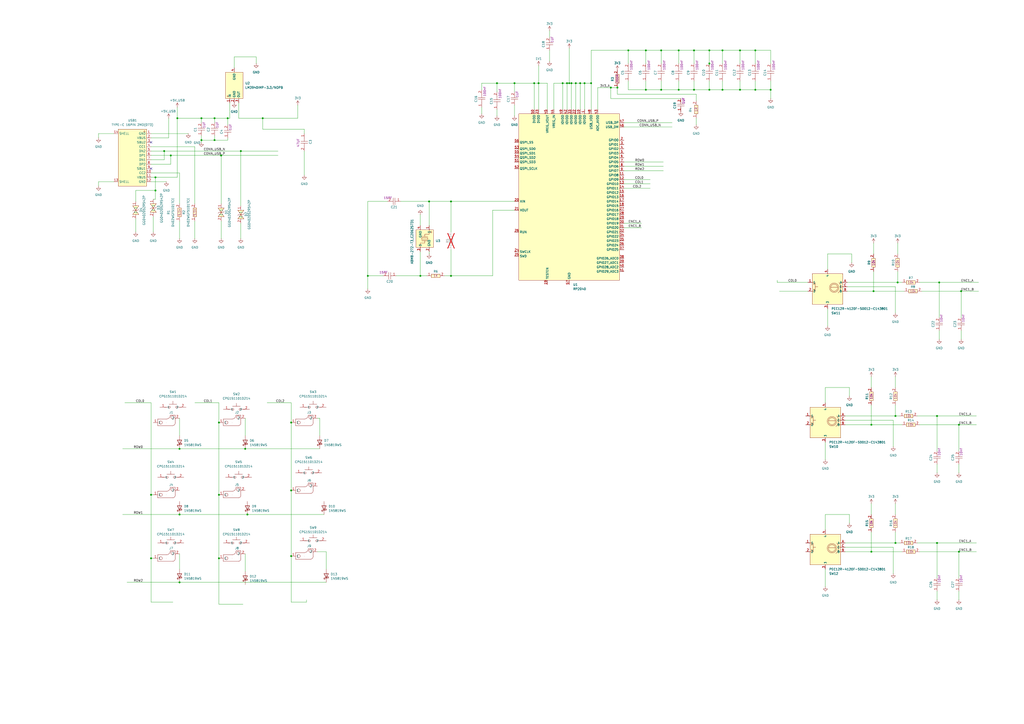
<source format=kicad_sch>
(kicad_sch (version 20231120) (generator "eeschema") (generator_version "8.0")
  (paper "A2")
  (junction (at 132.08 68.58))
  (junction (at 116.84 81.28))
  (junction (at 312.42 48.26))
  (junction (at 519.43 314.96))
  (junction (at 99.06 90.17))
  (junction (at 557.53 168.91))
  (junction (at 326.39 48.26))
  (junction (at 438.15 52.07))
  (junction (at 429.26 29.21))
  (junction (at 543.56 241.3))
  (junction (at 331.47 48.26))
  (junction (at 419.1 52.07))
  (junction (at 411.48 52.07))
  (junction (at 393.7 52.07))
  (junction (at 339.09 48.26))
  (junction (at 556.26 320.04))
  (junction (at 393.7 29.21))
  (junction (at 90.17 110.49))
  (junction (at 520.7 163.83))
  (junction (at 87.63 323.85))
  (junction (at 104.14 298.45))
  (junction (at 364.49 29.21))
  (junction (at 505.46 320.04))
  (junction (at 411.48 36.83))
  (junction (at 248.92 116.84))
  (junction (at 334.01 48.26))
  (junction (at 519.43 241.3))
  (junction (at 104.14 337.82))
  (junction (at 328.93 48.26))
  (junction (at 429.26 52.07))
  (junction (at 419.1 29.21))
  (junction (at 505.46 246.38))
  (junction (at 142.24 260.35))
  (junction (at 402.59 52.07))
  (junction (at 168.91 322.58))
  (junction (at 168.91 284.48))
  (junction (at 374.65 52.07))
  (junction (at 104.14 260.35))
  (junction (at 87.63 287.02))
  (junction (at 543.56 314.96))
  (junction (at 143.51 298.45))
  (junction (at 261.62 160.02))
  (junction (at 243.84 160.02))
  (junction (at 438.15 29.21))
  (junction (at 213.36 160.02))
  (junction (at 127 245.11))
  (junction (at 298.45 48.26))
  (junction (at 544.83 163.83))
  (junction (at 354.33 50.8))
  (junction (at 261.62 116.84))
  (junction (at 127 287.02))
  (junction (at 383.54 52.07))
  (junction (at 116.84 68.58))
  (junction (at 309.88 48.26))
  (junction (at 342.9 48.26))
  (junction (at 556.26 246.38))
  (junction (at 506.73 168.91))
  (junction (at 139.7 87.63))
  (junction (at 447.04 52.07))
  (junction (at 90.17 102.87))
  (junction (at 411.48 29.21))
  (junction (at 124.46 81.28))
  (junction (at 128.27 90.17))
  (junction (at 168.91 245.11))
  (junction (at 336.55 48.26))
  (junction (at 102.87 68.58))
  (junction (at 383.54 29.21))
  (junction (at 124.46 68.58))
  (junction (at 288.29 48.26))
  (junction (at 95.25 87.63))
  (junction (at 330.2 48.26))
  (junction (at 152.4 68.58))
  (junction (at 402.59 29.21))
  (junction (at 374.65 29.21))
  (junction (at 127 323.85))
  (junction (at 358.14 50.8))
  (no_connect (at 87.63 82.55))
  (no_connect (at 87.63 97.79))
  (wire (pts (xy 87.63 323.85) (xy 87.63 349.25)))
  (wire (pts (xy 438.15 29.21) (xy 438.15 36.83)))
  (wire (pts (xy 520.7 140.97) (xy 520.7 147.32)))
  (wire (pts (xy 243.84 146.05) (xy 243.84 160.02)))
  (wire (pts (xy 342.9 63.5) (xy 342.9 48.26)))
  (wire (pts (xy 411.48 29.21) (xy 419.1 29.21)))
  (wire (pts (xy 185.42 252.73) (xy 185.42 242.57)))
  (wire (pts (xy 429.26 52.07) (xy 438.15 52.07)))
  (wire (pts (xy 279.4 52.07) (xy 279.4 48.26)))
  (wire (pts (xy 104.14 242.57) (xy 104.14 252.73)))
  (wire (pts (xy 447.04 46.99) (xy 447.04 52.07)))
  (wire (pts (xy 96.52 105.41) (xy 87.63 105.41)))
  (wire (pts (xy 361.95 132.08) (xy 372.11 132.08)))
  (wire (pts (xy 87.63 349.25) (xy 100.33 349.25)))
  (wire (pts (xy 364.49 52.07) (xy 364.49 46.99)))
  (wire (pts (xy 142.24 321.31) (xy 142.24 331.47)))
  (wire (pts (xy 285.75 121.92) (xy 285.75 160.02)))
  (wire (pts (xy 411.48 29.21) (xy 411.48 36.83)))
  (wire (pts (xy 543.56 314.96) (xy 566.42 314.96)))
  (wire (pts (xy 506.73 157.48) (xy 506.73 168.91)))
  (wire (pts (xy 288.29 48.26) (xy 298.45 48.26)))
  (wire (pts (xy 383.54 29.21) (xy 393.7 29.21)))
  (wire (pts (xy 78.74 110.49) (xy 90.17 110.49)))
  (wire (pts (xy 342.9 48.26) (xy 339.09 48.26)))
  (wire (pts (xy 132.08 81.28) (xy 132.08 80.01)))
  (wire (pts (xy 480.06 179.07) (xy 480.06 189.23)))
  (wire (pts (xy 57.15 80.01) (xy 57.15 77.47)))
  (wire (pts (xy 490.22 314.96) (xy 519.43 314.96)))
  (wire (pts (xy 438.15 52.07) (xy 447.04 52.07)))
  (wire (pts (xy 127 287.02) (xy 127 323.85)))
  (wire (pts (xy 176.53 74.93) (xy 152.4 74.93)))
  (wire (pts (xy 243.84 160.02) (xy 247.65 160.02)))
  (wire (pts (xy 135.89 39.37) (xy 135.89 33.02)))
  (wire (pts (xy 505.46 218.44) (xy 505.46 224.79)))
  (wire (pts (xy 285.75 121.92) (xy 298.45 121.92)))
  (wire (pts (xy 128.27 90.17) (xy 161.29 90.17)))
  (wire (pts (xy 556.26 320.04) (xy 566.42 320.04)))
  (wire (pts (xy 361.95 104.14) (xy 377.19 104.14)))
  (wire (pts (xy 321.31 63.5) (xy 321.31 48.26)))
  (wire (pts (xy 88.9 323.85) (xy 87.63 323.85)))
  (wire (pts (xy 543.56 241.3) (xy 543.56 261.62)))
  (wire (pts (xy 556.26 246.38) (xy 566.42 246.38)))
  (wire (pts (xy 148.59 33.02) (xy 148.59 36.83)))
  (wire (pts (xy 87.63 85.09) (xy 113.03 85.09)))
  (wire (pts (xy 138.43 59.69) (xy 138.43 68.58)))
  (wire (pts (xy 261.62 144.78) (xy 261.62 160.02)))
  (wire (pts (xy 97.79 68.58) (xy 97.79 80.01)))
  (wire (pts (xy 139.7 87.63) (xy 139.7 119.38)))
  (wire (pts (xy 95.25 92.71) (xy 95.25 87.63)))
  (wire (pts (xy 358.14 50.8) (xy 358.14 54.61)))
  (wire (pts (xy 519.43 241.3) (xy 521.97 241.3)))
  (wire (pts (xy 104.14 337.82) (xy 189.23 337.82)))
  (wire (pts (xy 364.49 29.21) (xy 374.65 29.21)))
  (wire (pts (xy 328.93 48.26) (xy 328.93 63.5)))
  (wire (pts (xy 532.13 241.3) (xy 543.56 241.3)))
  (wire (pts (xy 336.55 48.26) (xy 339.09 48.26)))
  (wire (pts (xy 213.36 160.02) (xy 222.25 160.02)))
  (wire (pts (xy 393.7 29.21) (xy 402.59 29.21)))
  (wire (pts (xy 143.51 298.45) (xy 187.96 298.45)))
  (wire (pts (xy 189.23 320.04) (xy 189.23 330.2)))
  (wire (pts (xy 402.59 29.21) (xy 402.59 36.83)))
  (wire (pts (xy 113.03 128.27) (xy 113.03 138.43)))
  (wire (pts (xy 339.09 48.26) (xy 339.09 63.5)))
  (wire (pts (xy 116.84 81.28) (xy 124.46 81.28)))
  (wire (pts (xy 318.77 35.56) (xy 318.77 29.21)))
  (wire (pts (xy 361.95 99.06) (xy 384.81 99.06)))
  (wire (pts (xy 520.7 163.83) (xy 523.24 163.83)))
  (wire (pts (xy 326.39 48.26) (xy 328.93 48.26)))
  (wire (pts (xy 543.56 342.9) (xy 543.56 347.98)))
  (wire (pts (xy 346.71 63.5) (xy 346.71 50.8)))
  (wire (pts (xy 342.9 48.26) (xy 342.9 29.21)))
  (wire (pts (xy 229.87 160.02) (xy 243.84 160.02)))
  (wire (pts (xy 326.39 63.5) (xy 326.39 48.26)))
  (wire (pts (xy 411.48 52.07) (xy 419.1 52.07)))
  (wire (pts (xy 331.47 48.26) (xy 331.47 63.5)))
  (wire (pts (xy 176.53 74.93) (xy 176.53 77.47)))
  (wire (pts (xy 557.53 168.91) (xy 567.69 168.91)))
  (wire (pts (xy 176.53 101.6) (xy 176.53 87.63)))
  (wire (pts (xy 334.01 48.26) (xy 336.55 48.26)))
  (wire (pts (xy 331.47 48.26) (xy 334.01 48.26)))
  (wire (pts (xy 556.26 274.32) (xy 556.26 269.24)))
  (wire (pts (xy 490.22 317.5) (xy 518.16 317.5)))
  (wire (pts (xy 321.31 48.26) (xy 326.39 48.26)))
  (wire (pts (xy 90.17 102.87) (xy 90.17 110.49)))
  (wire (pts (xy 556.26 347.98) (xy 556.26 342.9)))
  (wire (pts (xy 358.14 50.8) (xy 354.33 50.8)))
  (wire (pts (xy 438.15 46.99) (xy 438.15 52.07)))
  (wire (pts (xy 142.24 260.35) (xy 185.42 260.35)))
  (wire (pts (xy 127 233.68) (xy 127 245.11)))
  (wire (pts (xy 374.65 29.21) (xy 374.65 36.83)))
  (wire (pts (xy 261.62 160.02) (xy 285.75 160.02)))
  (wire (pts (xy 411.48 52.07) (xy 402.59 52.07)))
  (wire (pts (xy 57.15 107.95) (xy 57.15 105.41)))
  (wire (pts (xy 261.62 116.84) (xy 261.62 134.62)))
  (wire (pts (xy 127 350.52) (xy 140.97 350.52)))
  (wire (pts (xy 213.36 116.84) (xy 213.36 160.02)))
  (wire (pts (xy 438.15 29.21) (xy 447.04 29.21)))
  (wire (pts (xy 139.7 87.63) (xy 161.29 87.63)))
  (wire (pts (xy 478.79 256.54) (xy 478.79 266.7)))
  (wire (pts (xy 116.84 81.28) (xy 116.84 78.74)))
  (wire (pts (xy 113.03 85.09) (xy 113.03 118.11)))
  (wire (pts (xy 104.14 100.33) (xy 104.14 118.11)))
  (wire (pts (xy 168.91 284.48) (xy 168.91 322.58)))
  (wire (pts (xy 505.46 234.95) (xy 505.46 246.38)))
  (wire (pts (xy 374.65 46.99) (xy 374.65 52.07)))
  (wire (pts (xy 519.43 218.44) (xy 519.43 224.79)))
  (wire (pts (xy 361.95 73.66) (xy 389.89 73.66)))
  (wire (pts (xy 279.4 48.26) (xy 288.29 48.26)))
  (wire (pts (xy 113.03 233.68) (xy 127 233.68)))
  (wire (pts (xy 411.48 46.99) (xy 411.48 52.07)))
  (wire (pts (xy 505.46 292.1) (xy 505.46 298.45)))
  (wire (pts (xy 478.79 224.79) (xy 492.76 224.79)))
  (wire (pts (xy 480.06 156.21) (xy 480.06 147.32)))
  (wire (pts (xy 544.83 163.83) (xy 567.69 163.83)))
  (wire (pts (xy 402.59 52.07) (xy 393.7 52.07)))
  (wire (pts (xy 248.92 130.81) (xy 248.92 116.84)))
  (wire (pts (xy 557.53 196.85) (xy 557.53 191.77)))
  (wire (pts (xy 87.63 80.01) (xy 97.79 80.01)))
  (wire (pts (xy 492.76 298.45) (xy 492.76 303.53)))
  (wire (pts (xy 279.4 66.04) (xy 279.4 62.23)))
  (wire (pts (xy 334.01 48.26) (xy 334.01 63.5)))
  (wire (pts (xy 478.79 233.68) (xy 478.79 224.79)))
  (wire (pts (xy 87.63 233.68) (xy 87.63 287.02)))
  (wire (pts (xy 518.16 317.5) (xy 518.16 332.74)))
  (wire (pts (xy 491.49 166.37) (xy 519.43 166.37)))
  (wire (pts (xy 73.66 337.82) (xy 104.14 337.82)))
  (wire (pts (xy 184.15 320.04) (xy 189.23 320.04)))
  (wire (pts (xy 152.4 68.58) (xy 172.72 68.58)))
  (wire (pts (xy 168.91 322.58) (xy 168.91 349.25)))
  (wire (pts (xy 447.04 29.21) (xy 447.04 36.83)))
  (wire (pts (xy 361.95 96.52) (xy 384.81 96.52)))
  (wire (pts (xy 72.39 233.68) (xy 87.63 233.68)))
  (wire (pts (xy 152.4 74.93) (xy 152.4 68.58)))
  (wire (pts (xy 99.06 95.25) (xy 99.06 90.17)))
  (wire (pts (xy 104.14 260.35) (xy 142.24 260.35)))
  (wire (pts (xy 429.26 46.99) (xy 429.26 52.07)))
  (wire (pts (xy 490.22 246.38) (xy 505.46 246.38)))
  (wire (pts (xy 248.92 116.84) (xy 261.62 116.84)))
  (wire (pts (xy 124.46 68.58) (xy 132.08 68.58)))
  (wire (pts (xy 354.33 57.15) (xy 394.97 57.15)))
  (wire (pts (xy 543.56 241.3) (xy 566.42 241.3)))
  (wire (pts (xy 298.45 67.31) (xy 298.45 60.96)))
  (wire (pts (xy 57.15 77.47) (xy 66.04 77.47)))
  (wire (pts (xy 518.16 243.84) (xy 518.16 259.08)))
  (wire (pts (xy 429.26 29.21) (xy 438.15 29.21)))
  (wire (pts (xy 411.48 38.1) (xy 411.48 36.83)))
  (wire (pts (xy 519.43 166.37) (xy 519.43 181.61)))
  (wire (pts (xy 104.14 298.45) (xy 143.51 298.45)))
  (wire (pts (xy 309.88 63.5) (xy 309.88 48.26)))
  (wire (pts (xy 374.65 29.21) (xy 383.54 29.21)))
  (wire (pts (xy 127 323.85) (xy 127 350.52)))
  (wire (pts (xy 288.29 67.31) (xy 288.29 63.5)))
  (wire (pts (xy 132.08 68.58) (xy 133.35 68.58)))
  (wire (pts (xy 224.79 116.84) (xy 213.36 116.84)))
  (wire (pts (xy 257.81 160.02) (xy 261.62 160.02)))
  (wire (pts (xy 317.5 48.26) (xy 312.42 48.26)))
  (wire (pts (xy 88.9 287.02) (xy 87.63 287.02)))
  (wire (pts (xy 298.45 53.34) (xy 298.45 48.26)))
  (wire (pts (xy 213.36 167.64) (xy 213.36 160.02)))
  (wire (pts (xy 87.63 100.33) (xy 104.14 100.33)))
  (wire (pts (xy 87.63 95.25) (xy 99.06 95.25)))
  (wire (pts (xy 87.63 92.71) (xy 95.25 92.71)))
  (wire (pts (xy 452.12 168.91) (xy 468.63 168.91)))
  (wire (pts (xy 109.22 77.47) (xy 87.63 77.47)))
  (wire (pts (xy 358.14 54.61) (xy 403.86 54.61)))
  (wire (pts (xy 243.84 124.46) (xy 243.84 130.81)))
  (wire (pts (xy 124.46 68.58) (xy 124.46 71.12)))
  (wire (pts (xy 403.86 72.39) (xy 403.86 68.58)))
  (wire (pts (xy 330.2 27.94) (xy 330.2 48.26)))
  (wire (pts (xy 403.86 54.61) (xy 403.86 58.42)))
  (wire (pts (xy 478.79 330.2) (xy 478.79 340.36)))
  (wire (pts (xy 95.25 87.63) (xy 139.7 87.63)))
  (wire (pts (xy 374.65 52.07) (xy 364.49 52.07)))
  (wire (pts (xy 168.91 233.68) (xy 168.91 245.11)))
  (wire (pts (xy 312.42 38.1) (xy 312.42 48.26)))
  (wire (pts (xy 450.85 162.56) (xy 450.85 163.83)))
  (wire (pts (xy 88.9 125.73) (xy 88.9 134.62)))
  (wire (pts (xy 361.95 71.12) (xy 389.89 71.12)))
  (wire (pts (xy 168.91 349.25) (xy 177.8 349.25)))
  (wire (pts (xy 506.73 168.91) (xy 524.51 168.91)))
  (wire (pts (xy 132.08 68.58) (xy 132.08 72.39)))
  (wire (pts (xy 87.63 87.63) (xy 95.25 87.63)))
  (wire (pts (xy 90.17 110.49) (xy 90.17 115.57)))
  (wire (pts (xy 318.77 17.78) (xy 318.77 21.59)))
  (wire (pts (xy 298.45 48.26) (xy 309.88 48.26)))
  (wire (pts (xy 87.63 287.02) (xy 87.63 323.85)))
  (wire (pts (xy 154.94 233.68) (xy 168.91 233.68)))
  (wire (pts (xy 383.54 46.99) (xy 383.54 52.07)))
  (wire (pts (xy 116.84 68.58) (xy 116.84 71.12)))
  (wire (pts (xy 139.7 138.43) (xy 139.7 129.54)))
  (wire (pts (xy 519.43 234.95) (xy 519.43 241.3)))
  (wire (pts (xy 78.74 116.84) (xy 78.74 110.49)))
  (wire (pts (xy 506.73 140.97) (xy 506.73 147.32)))
  (wire (pts (xy 168.91 245.11) (xy 168.91 284.48)))
  (wire (pts (xy 133.35 59.69) (xy 133.35 68.58)))
  (wire (pts (xy 330.2 48.26) (xy 331.47 48.26)))
  (wire (pts (xy 124.46 81.28) (xy 132.08 81.28)))
  (wire (pts (xy 419.1 29.21) (xy 419.1 36.83)))
  (wire (pts (xy 505.46 320.04) (xy 523.24 320.04)))
  (wire (pts (xy 90.17 115.57) (xy 88.9 115.57)))
  (wire (pts (xy 361.95 109.22) (xy 377.19 109.22)))
  (wire (pts (xy 312.42 48.26) (xy 312.42 63.5)))
  (wire (pts (xy 99.06 90.17) (xy 128.27 90.17)))
  (wire (pts (xy 543.56 314.96) (xy 543.56 335.28)))
  (wire (pts (xy 544.83 191.77) (xy 544.83 196.85)))
  (wire (pts (xy 533.4 320.04) (xy 556.26 320.04)))
  (wire (pts (xy 393.7 46.99) (xy 393.7 52.07)))
  (wire (pts (xy 102.87 68.58) (xy 116.84 68.58)))
  (wire (pts (xy 419.1 46.99) (xy 419.1 52.07)))
  (wire (pts (xy 519.43 314.96) (xy 521.97 314.96)))
  (wire (pts (xy 361.95 129.54) (xy 372.11 129.54)))
  (wire (pts (xy 138.43 68.58) (xy 152.4 68.58)))
  (wire (pts (xy 328.93 48.26) (xy 330.2 48.26)))
  (wire (pts (xy 402.59 46.99) (xy 402.59 52.07)))
  (wire (pts (xy 519.43 308.61) (xy 519.43 314.96)))
  (wire (pts (xy 346.71 50.8) (xy 354.33 50.8)))
  (wire (pts (xy 361.95 93.98) (xy 384.81 93.98)))
  (wire (pts (xy 116.84 82.55) (xy 116.84 81.28)))
  (wire (pts (xy 87.63 102.87) (xy 90.17 102.87)))
  (wire (pts (xy 127 245.11) (xy 127 287.02)))
  (wire (pts (xy 309.88 48.26) (xy 312.42 48.26)))
  (wire (pts (xy 135.89 33.02) (xy 148.59 33.02)))
  (wire (pts (xy 71.12 298.45) (xy 104.14 298.45)))
  (wire (pts (xy 102.87 68.58) (xy 102.87 102.87)))
  (wire (pts (xy 505.46 308.61) (xy 505.46 320.04)))
  (wire (pts (xy 494.03 147.32) (xy 494.03 152.4)))
  (wire (pts (xy 128.27 90.17) (xy 128.27 118.11)))
  (wire (pts (xy 364.49 29.21) (xy 364.49 36.83)))
  (wire (pts (xy 354.33 50.8) (xy 354.33 57.15)))
  (wire (pts (xy 78.74 134.62) (xy 78.74 127)))
  (wire (pts (xy 519.43 292.1) (xy 519.43 298.45)))
  (wire (pts (xy 491.49 163.83) (xy 520.7 163.83)))
  (wire (pts (xy 505.46 246.38) (xy 523.24 246.38)))
  (wire (pts (xy 491.49 168.91) (xy 506.73 168.91)))
  (wire (pts (xy 478.79 298.45) (xy 492.76 298.45)))
  (wire (pts (xy 447.04 52.07) (xy 447.04 57.15)))
  (wire (pts (xy 261.62 116.84) (xy 298.45 116.84)))
  (wire (pts (xy 336.55 48.26) (xy 336.55 63.5)))
  (wire (pts (xy 490.22 320.04) (xy 505.46 320.04)))
  (wire (pts (xy 124.46 81.28) (xy 124.46 78.74)))
  (wire (pts (xy 185.42 242.57) (xy 184.15 242.57)))
  (wire (pts (xy 534.67 168.91) (xy 557.53 168.91)))
  (wire (pts (xy 383.54 52.07) (xy 374.65 52.07)))
  (wire (pts (xy 468.63 163.83) (xy 450.85 163.83)))
  (wire (pts (xy 317.5 63.5) (xy 317.5 48.26)))
  (wire (pts (xy 104.14 321.31) (xy 104.14 330.2)))
  (wire (pts (xy 71.12 260.35) (xy 104.14 260.35)))
  (wire (pts (xy 520.7 157.48) (xy 520.7 163.83)))
  (wire (pts (xy 429.26 29.21) (xy 429.26 36.83)))
  (wire (pts (xy 342.9 29.21) (xy 364.49 29.21)))
  (wire (pts (xy 490.22 241.3) (xy 519.43 241.3)))
  (wire (pts (xy 533.4 163.83) (xy 544.83 163.83)))
  (wire (pts (xy 116.84 68.58) (xy 124.46 68.58)))
  (wire (pts (xy 532.13 314.96) (xy 543.56 314.96)))
  (wire (pts (xy 533.4 246.38) (xy 556.26 246.38)))
  (wire (pts (xy 490.22 243.84) (xy 518.16 243.84)))
  (wire (pts (xy 544.83 163.83) (xy 544.83 184.15)))
  (wire (pts (xy 480.06 147.32) (xy 494.03 147.32)))
  (wire (pts (xy 248.92 146.05) (xy 248.92 147.32)))
  (wire (pts (xy 104.14 138.43) (xy 104.14 128.27)))
  (wire (pts (xy 393.7 29.21) (xy 393.7 36.83)))
  (wire (pts (xy 419.1 52.07) (xy 429.26 52.07)))
  (wire (pts (xy 288.29 48.26) (xy 288.29 53.34)))
  (wire (pts (xy 57.15 105.41) (xy 66.04 105.41)))
  (wire (pts (xy 402.59 29.21) (xy 411.48 29.21)))
  (wire (pts (xy 492.76 224.79) (xy 492.76 229.87)))
  (wire (pts (xy 361.95 106.68) (xy 377.19 106.68)))
  (wire (pts (xy 543.56 269.24) (xy 543.56 274.32)))
  (wire (pts (xy 90.17 102.87) (xy 102.87 102.87)))
  (wire (pts (xy 232.41 116.84) (xy 248.92 116.84)))
  (wire (pts (xy 478.79 307.34) (xy 478.79 298.45)))
  (wire (pts (xy 142.24 242.57) (xy 142.24 252.73)))
  (wire (pts (xy 128.27 138.43) (xy 128.27 128.27)))
  (wire (pts (xy 87.63 90.17) (xy 99.06 90.17)))
  (wire (pts (xy 556.26 320.04) (xy 556.26 335.28)))
  (wire (pts (xy 102.87 62.23) (xy 102.87 68.58)))
  (wire (pts (xy 419.1 29.21) (xy 429.26 29.21)))
  (wire (pts (xy 393.7 52.07) (xy 383.54 52.07)))
  (wire (pts (xy 557.53 168.91) (xy 557.53 184.15)))
  (wire (pts (xy 177.8 347.98) (xy 177.8 349.25)))
  (wire (pts (xy 172.72 60.96) (xy 172.72 68.58)))
  (wire (pts (xy 556.26 246.38) (xy 556.26 261.62)))
  (wire (pts (xy 383.54 29.21) (xy 383.54 36.83)))
  (label "COL0" (at 78.74 233.68 0))
  (label "CONN_USB_P" (at 369.57 71.12 0))
  (label "ENC1_A" (at 364.49 129.54 0))
  (label "ENC1_B" (at 557.53 168.91 0))
  (label "COL1" (at 368.3 106.68 0))
  (label "COL0" (at 368.3 104.14 0))
  (label "ROW0" (at 368.3 93.98 0))
  (label "CONN_USB_P" (at 118.11 90.17 0))
  (label "COL0" (at 457.2 163.83 0))
  (label "ROW0" (at 77.47 260.35 0))
  (label "ROW1" (at 368.3 96.52 0))
  (label "ENC1_B" (at 556.26 246.38 0))
  (label "3V3_A" (at 347.98 50.8 0))
  (label "ENC1_B" (at 364.49 132.08 0))
  (label "CONN_USB_N" (at 370.84 73.66 0))
  (label "COL1" (at 118.11 233.68 0))
  (label "ENC1_A" (at 556.26 241.3 0))
  (label "ENC1_A" (at 557.53 163.83 0))
  (label "COL2" (at 367.03 109.22 0))
  (label "ENC1_A" (at 556.26 314.96 0))
  (label "COL2" (at 160.02 233.68 0))
  (label "ROW1" (at 77.47 298.45 0))
  (label "CONN_USB_N" (at 118.11 87.63 0))
  (label "ROW2" (at 368.3 99.06 0))
  (label "ENC1_B" (at 556.26 320.04 0))
  (label "ROW2" (at 77.47 337.82 0))
  (symbol (lib_name "RC0402FR-071KL_1") (lib_id "new:RC0402FR-071KL") (at 519.43 303.53 90) (unit 1)
    (property "Reference" "R16" (at 516.89 303.53 0))
    (property "Value" "RC0402FR-071KL" (effects (hide yes)))
    (property "Footprint" "new:R0402" (effects (hide yes)))
    (property "Datasheet" "https://lcsc.com/product-detail/Chip-Resistor-Surface-Mount_1KR-1001-1_C106235.html" (effects (hide yes)))
    (property "Description" "10k" (at 519.43 303.53 0))
    (property "LCSC Part" "C106235" (effects (hide yes)))
  )
  (symbol (lib_id "easyeda2kicad_script2:CC0402KRX7R9BB103") (at 557.53 187.96 90) (unit 1)
    (property "Reference" "C23" (at 553.974 187.96 0))
    (property "Value" "CC0402KRX7R9BB103" (effects (hide yes)))
    (property "Footprint" "easyeda2kicad:C0402" (effects (hide yes)))
    (property "Datasheet" "https://lcsc.com/product-detail/Multilayer-Ceramic-Capacitors-MLCC-SMD-SMT_10nF-103-10-50V_C60133.html" (effects (hide yes)))
    (property "Description" "10nf" (at 558.8 184.658 0))
    (property "LCSC Part" "C60133" (effects (hide yes)))
  )
  (symbol (lib_id "power:GND") (at 447.04 57.15 0) (unit 1)
    (property "Reference" "#PWR020" (effects (hide yes)))
    (property "Value" "GND" (at 447.04 62.23 0))
    (property "Description" "Power symbol creates a global label with name \"GND\" , ground" (effects (hide yes)))
  )
  (symbol (lib_id "new:LM3940IMP-3.3_NOPB") (at 135.89 57.15 90) (unit 1)
    (property "Reference" "U2" (at 142.24 48.2599 90) (effects (justify right)))
    (property "Value" "LM3940IMP-3.3/NOPB" (at 142.24 50.7999 90) (effects (justify right)))
    (property "Footprint" "new:SOT-223_L6.5-W3.5-P2.30-LS7.0-BR" (effects (hide yes)))
    (property "Datasheet" "https://lcsc.com/product-detail/Low-Dropout-Regulators-LDO_TI_LM3940IMP-3-3-NOPB_LM3940IMP-3-3-NOPB_C140319.html" (effects (hide yes)))
    (property "LCSC Part" "C140319" (effects (hide yes)))
  )
  (symbol (lib_id "power:GND") (at 96.52 105.41 0) (unit 1)
    (property "Reference" "#PWR06" (effects (hide yes)))
    (property "Value" "GND" (at 96.52 110.49 0))
    (property "Description" "Power symbol creates a global label with name \"GND\" , ground" (effects (hide yes)))
  )
  (symbol (lib_id "Diode:1N5819WS") (at 142.24 335.28 90) (unit 1)
    (property "Reference" "D12" (at 144.78 334.3274 90) (effects (justify right)))
    (property "Value" "1N5819WS" (at 144.78 336.8674 90) (effects (justify right)))
    (property "Footprint" "Diode_SMD:D_SOD-323" (effects (hide yes)))
    (property "Datasheet" "https://datasheet.lcsc.com/lcsc/2204281430_Guangdong-Hottech-1N5819WS_C191023.pdf" (effects (hide yes)))
    (property "Description" "40V 600mV@1A 1A SOD-323 Schottky Barrier Diodes, SOD-323" (effects (hide yes)))
  )
  (symbol (lib_id "new:CC0402KRX7R7BB104") (at 288.29 58.42 90) (unit 1)
    (property "Reference" "C15" (at 284.988 58.674 0))
    (property "Value" "CC0402KRX7R7BB104" (effects (hide yes)))
    (property "Footprint" "new:C0402" (effects (hide yes)))
    (property "Datasheet" "https://lcsc.com/product-detail/Multilayer-Ceramic-Capacitors-MLCC-SMD-SMT_100nF-104-10-16V_C60474.html" (effects (hide yes)))
    (property "Description" "100nf" (at 290.068 54.356 0))
    (property "LCSC Part" "C60474" (effects (hide yes)))
  )
  (symbol (lib_id "new:CC0402KRX7R7BB104") (at 447.04 41.91 90) (unit 1)
    (property "Reference" "C14" (at 443.738 42.164 0))
    (property "Value" "CC0402KRX7R7BB104" (effects (hide yes)))
    (property "Footprint" "new:C0402" (effects (hide yes)))
    (property "Datasheet" "https://lcsc.com/product-detail/Multilayer-Ceramic-Capacitors-MLCC-SMD-SMT_100nF-104-10-16V_C60474.html" (effects (hide yes)))
    (property "Description" "100nf" (at 448.818 37.846 0))
    (property "LCSC Part" "C60474" (effects (hide yes)))
  )
  (symbol (lib_id "new:GG0402052R542P") (at 139.7 124.46 270) (unit 1)
    (property "Reference" "D2" (at 142.748 122.936 0) (effects (justify left)))
    (property "Value" "GG0402052R542P" (at 144.526 115.824 0) (effects (justify left)))
    (property "Footprint" "new:D0402-BI" (effects (hide yes)))
    (property "LCSC Part" "C1973257" (effects (hide yes)))
  )
  (symbol (lib_id "Diode:1N5819WS") (at 142.24 256.54 90) (unit 1)
    (property "Reference" "D6" (at 144.78 255.5874 90) (effects (justify right)))
    (property "Value" "1N5819WS" (at 144.78 258.1274 90) (effects (justify right)))
    (property "Footprint" "Diode_SMD:D_SOD-323" (effects (hide yes)))
    (property "Datasheet" "https://datasheet.lcsc.com/lcsc/2204281430_Guangdong-Hottech-1N5819WS_C191023.pdf" (effects (hide yes)))
    (property "Description" "40V 600mV@1A 1A SOD-323 Schottky Barrier Diodes, SOD-323" (effects (hide yes)))
  )
  (symbol (lib_id "new:CC0402KRX7R7BB104") (at 393.7 41.91 90) (unit 1)
    (property "Reference" "C8" (at 390.398 42.164 0))
    (property "Value" "CC0402KRX7R7BB104" (effects (hide yes)))
    (property "Footprint" "new:C0402" (effects (hide yes)))
    (property "Datasheet" "https://lcsc.com/product-detail/Multilayer-Ceramic-Capacitors-MLCC-SMD-SMT_100nF-104-10-16V_C60474.html" (effects (hide yes)))
    (property "Description" "100nf" (at 395.478 37.846 0))
    (property "LCSC Part" "C60474" (effects (hide yes)))
  )
  (symbol (lib_id "power:GND") (at 543.56 274.32 0) (unit 1)
    (property "Reference" "#PWR044" (effects (hide yes)))
    (property "Value" "GND" (at 543.56 279.4 0))
    (property "Description" "Power symbol creates a global label with name \"GND\" , ground" (effects (hide yes)))
  )
  (symbol (lib_id "power:+1V0") (at 318.77 17.78 0) (unit 1)
    (property "Reference" "#PWR024" (effects (hide yes)))
    (property "Value" "3V3" (at 318.77 13.716 0))
    (property "Description" "Power symbol creates a global label with name \"+1V0\"" (effects (hide yes)))
  )
  (symbol (lib_id "Diode:1N5819WS") (at 104.14 294.64 90) (unit 1)
    (property "Reference" "D8" (at 106.68 293.6874 90) (effects (justify right)))
    (property "Value" "1N5819WS" (at 106.68 296.2274 90) (effects (justify right)))
    (property "Footprint" "Diode_SMD:D_SOD-323" (effects (hide yes)))
    (property "Datasheet" "https://datasheet.lcsc.com/lcsc/2204281430_Guangdong-Hottech-1N5819WS_C191023.pdf" (effects (hide yes)))
    (property "Description" "40V 600mV@1A 1A SOD-323 Schottky Barrier Diodes, SOD-323" (effects (hide yes)))
  )
  (symbol (lib_name "RC0402FR-071KL_1") (lib_id "new:RC0402FR-071KL") (at 520.7 152.4 90) (unit 1)
    (property "Reference" "R10" (at 518.16 152.4 0))
    (property "Value" "RC0402FR-071KL" (effects (hide yes)))
    (property "Footprint" "new:R0402" (effects (hide yes)))
    (property "Datasheet" "https://lcsc.com/product-detail/Chip-Resistor-Surface-Mount_1KR-1001-1_C106235.html" (effects (hide yes)))
    (property "Description" "10k" (at 520.7 152.4 0))
    (property "LCSC Part" "C106235" (effects (hide yes)))
  )
  (symbol (lib_name "CPG151101S11-16_C41430893_1") (lib_id "new:CPG151101S11-16_C41430893") (at 96.52 323.85 0) (unit 1)
    (property "Reference" "J7" (at 99.314 318.008 0))
    (property "Value" "CPG151101S11-16_C41430893" (effects (hide yes)))
    (property "Footprint" "new:SMD_KEYBOARD-SW" (effects (hide yes)))
    (property "LCSC Part" "C41430893" (effects (hide yes)))
  )
  (symbol (lib_id "new_new:CPG151101D214") (at 99.06 312.42 0) (unit 1)
    (property "Reference" "SW7" (at 99.06 307.34 0))
    (property "Value" "CPG151101D214" (at 99.06 309.88 0))
    (property "Footprint" "new_new:KEY-TH_CPG151101D21X" (effects (hide yes)))
    (property "Datasheet" "https://lcsc.com/product-detail/Tactile-Switches_Kailh-CPG151101D214_C400232.html" (effects (hide yes)))
    (property "LCSC Part" "C400232" (effects (hide yes)))
  )
  (symbol (lib_id "new:CC0402JRNPO9BN150") (at 226.06 160.02 180) (unit 1)
    (property "Reference" "C20" (at 226.06 163.322 0))
    (property "Value" "CC0402JRNPO9BN150" (effects (hide yes)))
    (property "Footprint" "new:C0402" (effects (hide yes)))
    (property "Datasheet" "https://lcsc.com/product-detail/Multilayer-Ceramic-Capacitors-MLCC-SMD-SMT_15pF-150-5-50V_C106997.html" (effects (hide yes)))
    (property "Description" "15PF" (at 222.504 157.988 0))
    (property "LCSC Part" "C106997" (effects (hide yes)))
  )
  (symbol (lib_id "power:GND") (at 519.43 181.61 0) (unit 1)
    (property "Reference" "#PWR034" (effects (hide yes)))
    (property "Value" "GND" (at 519.43 186.69 0))
    (property "Description" "Power symbol creates a global label with name \"GND\" , ground" (effects (hide yes)))
  )
  (symbol (lib_id "power:GND") (at 394.97 64.77 0) (unit 1)
    (property "Reference" "#PWR027" (effects (hide yes)))
    (property "Value" "GND" (at 394.97 69.85 0))
    (property "Description" "Power symbol creates a global label with name \"GND\" , ground" (effects (hide yes)))
  )
  (symbol (lib_id "power:GND") (at 57.15 107.95 0) (unit 1)
    (property "Reference" "#PWR04" (effects (hide yes)))
    (property "Value" "GND" (at 57.15 113.03 0))
    (property "Description" "Power symbol creates a global label with name \"GND\" , ground" (effects (hide yes)))
  )
  (symbol (lib_name "RC0402FR-071KL_1") (lib_id "new:RC0402FR-071KL") (at 519.43 229.87 90) (unit 1)
    (property "Reference" "R12" (at 516.89 229.87 0))
    (property "Value" "RC0402FR-071KL" (effects (hide yes)))
    (property "Footprint" "new:R0402" (effects (hide yes)))
    (property "Datasheet" "https://lcsc.com/product-detail/Chip-Resistor-Surface-Mount_1KR-1001-1_C106235.html" (effects (hide yes)))
    (property "Description" "10k" (at 519.43 229.87 0))
    (property "LCSC Part" "C106235" (effects (hide yes)))
  )
  (symbol (lib_id "power:GND") (at 544.83 196.85 0) (unit 1)
    (property "Reference" "#PWR035" (effects (hide yes)))
    (property "Value" "GND" (at 544.83 201.93 0))
    (property "Description" "Power symbol creates a global label with name \"GND\" , ground" (effects (hide yes)))
  )
  (symbol (lib_name "RC0402FR-071KL_1") (lib_id "new:RC0402FR-071KL") (at 506.73 152.4 90) (unit 1)
    (property "Reference" "R9" (at 504.19 152.4 0))
    (property "Value" "RC0402FR-071KL" (effects (hide yes)))
    (property "Footprint" "new:R0402" (effects (hide yes)))
    (property "Datasheet" "https://lcsc.com/product-detail/Chip-Resistor-Surface-Mount_1KR-1001-1_C106235.html" (effects (hide yes)))
    (property "Description" "10k" (at 506.73 152.4 0))
    (property "LCSC Part" "C106235" (effects (hide yes)))
  )
  (symbol (lib_id "new:GG0402052R542P") (at 128.27 123.19 270) (unit 1)
    (property "Reference" "D1" (at 131.318 121.666 0) (effects (justify left)))
    (property "Value" "GG0402052R542P" (at 133.096 114.554 0) (effects (justify left)))
    (property "Footprint" "new:D0402-BI" (effects (hide yes)))
    (property "LCSC Part" "C1973257" (effects (hide yes)))
  )
  (symbol (lib_id "new:CC0402JRNPO9BN150") (at 228.6 116.84 180) (unit 1)
    (property "Reference" "C21" (at 228.6 120.142 0))
    (property "Value" "CC0402JRNPO9BN150" (effects (hide yes)))
    (property "Footprint" "new:C0402" (effects (hide yes)))
    (property "Datasheet" "https://lcsc.com/product-detail/Multilayer-Ceramic-Capacitors-MLCC-SMD-SMT_15pF-150-5-50V_C106997.html" (effects (hide yes)))
    (property "Description" "15PF" (at 225.044 114.808 0))
    (property "LCSC Part" "C106997" (effects (hide yes)))
  )
  (symbol (lib_id "power:GND") (at 88.9 134.62 0) (unit 1)
    (property "Reference" "#PWR09" (effects (hide yes)))
    (property "Value" "GND" (at 88.9 139.7 0))
    (property "Description" "Power symbol creates a global label with name \"GND\" , ground" (effects (hide yes)))
  )
  (symbol (lib_id "Diode:1N5819WS") (at 104.14 256.54 90) (unit 1)
    (property "Reference" "D5" (at 106.68 255.5874 90) (effects (justify right)))
    (property "Value" "1N5819WS" (at 106.68 258.1274 90) (effects (justify right)))
    (property "Footprint" "Diode_SMD:D_SOD-323" (effects (hide yes)))
    (property "Datasheet" "https://datasheet.lcsc.com/lcsc/2204281430_Guangdong-Hottech-1N5819WS_C191023.pdf" (effects (hide yes)))
    (property "Description" "40V 600mV@1A 1A SOD-323 Schottky Barrier Diodes, SOD-323" (effects (hide yes)))
  )
  (symbol (lib_name "RC0402FR-071KL_1") (lib_id "new:RC0402FR-071KL") (at 505.46 229.87 90) (unit 1)
    (property "Reference" "R11" (at 502.92 229.87 0))
    (property "Value" "RC0402FR-071KL" (effects (hide yes)))
    (property "Footprint" "new:R0402" (effects (hide yes)))
    (property "Datasheet" "https://lcsc.com/product-detail/Chip-Resistor-Surface-Mount_1KR-1001-1_C106235.html" (effects (hide yes)))
    (property "Description" "10k" (at 505.46 229.87 0))
    (property "LCSC Part" "C106235" (effects (hide yes)))
  )
  (symbol (lib_id "power:+1V0") (at 102.87 62.23 0) (unit 1)
    (property "Reference" "#PWR08" (effects (hide yes)))
    (property "Value" "+5V_USB" (at 102.87 58.166 0))
    (property "Description" "Power symbol creates a global label with name \"+1V0\"" (effects (hide yes)))
  )
  (symbol (lib_name "CPG151101S11-16_C41430893_1") (lib_id "new:CPG151101S11-16_C41430893") (at 134.62 323.85 0) (unit 1)
    (property "Reference" "J8" (at 137.414 318.008 0))
    (property "Value" "CPG151101S11-16_C41430893" (effects (hide yes)))
    (property "Footprint" "new:SMD_KEYBOARD-SW" (effects (hide yes)))
    (property "LCSC Part" "C41430893" (effects (hide yes)))
  )
  (symbol (lib_name "CPG151101S11-16_C41430893_1") (lib_id "new:CPG151101S11-16_C41430893") (at 96.52 245.11 0) (unit 1)
    (property "Reference" "J1" (at 99.314 239.268 0))
    (property "Value" "CPG151101S11-16_C41430893" (effects (hide yes)))
    (property "Footprint" "new:SMD_KEYBOARD-SW" (effects (hide yes)))
    (property "LCSC Part" "C41430893" (effects (hide yes)))
  )
  (symbol (lib_id "power:GND") (at 556.26 347.98 0) (unit 1)
    (property "Reference" "#PWR052" (effects (hide yes)))
    (property "Value" "GND" (at 556.26 353.06 0))
    (property "Description" "Power symbol creates a global label with name \"GND\" , ground" (effects (hide yes)))
  )
  (symbol (lib_id "power:GND") (at 78.74 134.62 0) (unit 1)
    (property "Reference" "#PWR012" (effects (hide yes)))
    (property "Value" "GND" (at 78.74 139.7 0))
    (property "Description" "Power symbol creates a global label with name \"GND\" , ground" (effects (hide yes)))
  )
  (symbol (lib_id "easyeda2kicad_script2:CC0402KRX7R9BB103") (at 543.56 265.43 90) (unit 1)
    (property "Reference" "C24" (at 540.004 265.43 0))
    (property "Value" "CC0402KRX7R9BB103" (effects (hide yes)))
    (property "Footprint" "easyeda2kicad:C0402" (effects (hide yes)))
    (property "Datasheet" "https://lcsc.com/product-detail/Multilayer-Ceramic-Capacitors-MLCC-SMD-SMT_10nF-103-10-50V_C60133.html" (effects (hide yes)))
    (property "Description" "10nf" (at 544.83 262.128 0))
    (property "LCSC Part" "C60133" (effects (hide yes)))
  )
  (symbol (lib_id "easyeda2kicad_script:RP2040") (at 330.2 116.84 0) (unit 1)
    (property "Reference" "U1" (at 332.3941 165.1 0) (effects (justify left)))
    (property "Value" "RP2040" (at 332.3941 167.64 0) (effects (justify left)))
    (property "Footprint" "easyeda2kicad_script:LQFN-56_L7.0-W7.0-P0.4-EP" (effects (hide yes)))
    (property "LCSC Part" "C2040" (effects (hide yes)))
  )
  (symbol (lib_id "new_new:CPG151101D214") (at 137.16 312.42 0) (unit 1)
    (property "Reference" "SW8" (at 137.16 307.34 0))
    (property "Value" "CPG151101D214" (at 137.16 309.88 0))
    (property "Footprint" "new_new:KEY-TH_CPG151101D21X" (effects (hide yes)))
    (property "Datasheet" "https://lcsc.com/product-detail/Tactile-Switches_Kailh-CPG151101D214_C400232.html" (effects (hide yes)))
    (property "LCSC Part" "C400232" (effects (hide yes)))
  )
  (symbol (lib_id "power:GND") (at 279.4 66.04 0) (unit 1)
    (property "Reference" "#PWR021" (effects (hide yes)))
    (property "Value" "GND" (at 279.4 71.12 0))
    (property "Description" "Power symbol creates a global label with name \"GND\" , ground" (effects (hide yes)))
  )
  (symbol (lib_id "power:GND") (at 557.53 196.85 0) (unit 1)
    (property "Reference" "#PWR036" (effects (hide yes)))
    (property "Value" "GND" (at 557.53 201.93 0))
    (property "Description" "Power symbol creates a global label with name \"GND\" , ground" (effects (hide yes)))
  )
  (symbol (lib_id "power:GND") (at 494.03 152.4 0) (unit 1)
    (property "Reference" "#PWR033" (effects (hide yes)))
    (property "Value" "GND" (at 494.03 157.48 0))
    (property "Description" "Power symbol creates a global label with name \"GND\" , ground" (effects (hide yes)))
  )
  (symbol (lib_name "PEC12R-4120F-S0012-C143801_1") (lib_id "new_new_new:PEC12R-4120F-S0012-C143801") (at 478.79 317.5 0) (mirror x) (unit 1)
    (property "Reference" "SW12" (at 480.9841 332.74 0) (effects (justify left)))
    (property "Value" "PEC12R-4120F-S0012-C143801" (at 480.9841 330.2 0) (effects (justify left)))
    (property "Footprint" "2:SW-TH_PEC12R-4120F-S0012" (effects (hide yes)))
    (property "Datasheet" "https://lcsc.com/product-detail/Coded-Rotary-Switches_BOURNS_PEC12R-4120F-S0012_PEC12R-4120F-S0012_C143801.html" (effects (hide yes)))
    (property "LCSC Part" "C143801" (effects (hide yes)))
  )
  (symbol (lib_id "power:GND") (at 298.45 67.31 0) (unit 1)
    (property "Reference" "#PWR023" (effects (hide yes)))
    (property "Value" "GND" (at 298.45 72.39 0))
    (property "Description" "Power symbol creates a global label with name \"GND\" , ground" (effects (hide yes)))
  )
  (symbol (lib_id "power:GND") (at 109.22 77.47 0) (unit 1)
    (property "Reference" "#PWR05" (effects (hide yes)))
    (property "Value" "GND" (at 109.22 82.55 0))
    (property "Description" "Power symbol creates a global label with name \"GND\" , ground" (effects (hide yes)))
  )
  (symbol (lib_id "new:CC0402KRX7R7BB104") (at 429.26 41.91 90) (unit 1)
    (property "Reference" "C12" (at 425.958 42.164 0))
    (property "Value" "CC0402KRX7R7BB104" (effects (hide yes)))
    (property "Footprint" "new:C0402" (effects (hide yes)))
    (property "Datasheet" "https://lcsc.com/product-detail/Multilayer-Ceramic-Capacitors-MLCC-SMD-SMT_100nF-104-10-16V_C60474.html" (effects (hide yes)))
    (property "Description" "100nf" (at 431.038 37.846 0))
    (property "LCSC Part" "C60474" (effects (hide yes)))
  )
  (symbol (lib_id "power:GND") (at 139.7 138.43 0) (unit 1)
    (property "Reference" "#PWR010" (effects (hide yes)))
    (property "Value" "GND" (at 139.7 143.51 0))
    (property "Description" "Power symbol creates a global label with name \"GND\" , ground" (effects (hide yes)))
  )
  (symbol (lib_id "new:CC0402KRX7R7BB104") (at 374.65 41.91 90) (unit 1)
    (property "Reference" "C6" (at 371.348 42.164 0))
    (property "Value" "CC0402KRX7R7BB104" (effects (hide yes)))
    (property "Footprint" "new:C0402" (effects (hide yes)))
    (property "Datasheet" "https://lcsc.com/product-detail/Multilayer-Ceramic-Capacitors-MLCC-SMD-SMT_100nF-104-10-16V_C60474.html" (effects (hide yes)))
    (property "Description" "100nf" (at 376.428 37.846 0))
    (property "LCSC Part" "C60474" (effects (hide yes)))
  )
  (symbol (lib_id "power:GND") (at 478.79 340.36 0) (unit 1)
    (property "Reference" "#PWR046" (effects (hide yes)))
    (property "Value" "GND" (at 478.79 345.44 0))
    (property "Description" "Power symbol creates a global label with name \"GND\" , ground" (effects (hide yes)))
  )
  (symbol (lib_id "new:0402WGF100KTCE") (at 403.86 63.5 90) (unit 1)
    (property "Reference" "R4" (at 400.558 63.754 0))
    (property "Value" "0402WGF100KTCE" (effects (hide yes)))
    (property "Footprint" "new:R0402" (effects (hide yes)))
    (property "Datasheet" "https://lcsc.com/product-detail/Chip-Resistor-Surface-Mount-UniOhm_1R-1R00-1_C25086.html" (effects (hide yes)))
    (property "Description" "1R" (at 403.86 63.5 0))
    (property "LCSC Part" "C25086" (effects (hide yes)))
  )
  (symbol (lib_name "PEC12R-4120F-S0012-C143801_1") (lib_id "new_new_new:PEC12R-4120F-S0012-C143801") (at 480.06 166.37 0) (mirror x) (unit 1)
    (property "Reference" "SW11" (at 482.2541 181.61 0) (effects (justify left)))
    (property "Value" "PEC12R-4120F-S0012-C143801" (at 482.2541 179.07 0) (effects (justify left)))
    (property "Footprint" "2:SW-TH_PEC12R-4120F-S0012" (effects (hide yes)))
    (property "Datasheet" "https://lcsc.com/product-detail/Coded-Rotary-Switches_BOURNS_PEC12R-4120F-S0012_PEC12R-4120F-S0012_C143801.html" (effects (hide yes)))
    (property "LCSC Part" "C143801" (effects (hide yes)))
  )
  (symbol (lib_id "new:GG0402052R542P") (at 88.9 120.65 270) (unit 1)
    (property "Reference" "D3" (at 91.948 119.126 0) (effects (justify left)))
    (property "Value" "GG0402052R542P" (at 93.726 112.014 0) (effects (justify left)))
    (property "Footprint" "new:D0402-BI" (effects (hide yes)))
    (property "LCSC Part" "C1973257" (effects (hide yes)))
  )
  (symbol (lib_id "power:+1V0") (at 519.43 292.1 0) (unit 1)
    (property "Reference" "#PWR050" (effects (hide yes)))
    (property "Value" "3V3" (at 519.43 288.036 0))
    (property "Description" "Power symbol creates a global label with name \"+1V0\"" (effects (hide yes)))
  )
  (symbol (lib_id "new_new:CPG151101D214") (at 181.61 311.15 0) (unit 1)
    (property "Reference" "SW9" (at 181.61 306.07 0))
    (property "Value" "CPG151101D214" (at 181.61 308.61 0))
    (property "Footprint" "new_new:KEY-TH_CPG151101D21X" (effects (hide yes)))
    (property "Datasheet" "https://lcsc.com/product-detail/Tactile-Switches_Kailh-CPG151101D214_C400232.html" (effects (hide yes)))
    (property "LCSC Part" "C400232" (effects (hide yes)))
  )
  (symbol (lib_name "RC0402FR-071KL_1") (lib_id "new:RC0402FR-071KL") (at 505.46 303.53 90) (unit 1)
    (property "Reference" "R15" (at 502.92 303.53 0))
    (property "Value" "RC0402FR-071KL" (effects (hide yes)))
    (property "Footprint" "new:R0402" (effects (hide yes)))
    (property "Datasheet" "https://lcsc.com/product-detail/Chip-Resistor-Surface-Mount_1KR-1001-1_C106235.html" (effects (hide yes)))
    (property "Description" "10k" (at 505.46 303.53 0))
    (property "LCSC Part" "C106235" (effects (hide yes)))
  )
  (symbol (lib_id "Diode:1N5819WS") (at 104.14 334.01 90) (unit 1)
    (property "Reference" "D11" (at 106.68 333.0574 90) (effects (justify right)))
    (property "Value" "1N5819WS" (at 106.68 335.5974 90) (effects (justify right)))
    (property "Footprint" "Diode_SMD:D_SOD-323" (effects (hide yes)))
    (property "Datasheet" "https://datasheet.lcsc.com/lcsc/2204281430_Guangdong-Hottech-1N5819WS_C191023.pdf" (effects (hide yes)))
    (property "Description" "40V 600mV@1A 1A SOD-323 Schottky Barrier Diodes, SOD-323" (effects (hide yes)))
  )
  (symbol (lib_id "new:0402WGF5101TCE") (at 104.14 123.19 90) (unit 1)
    (property "Reference" "R1" (at 97.79 123.19 0))
    (property "Value" "0402WGF5101TCE" (at 100.33 123.19 0))
    (property "Footprint" "new:R0402" (effects (hide yes)))
    (property "Datasheet" "https://lcsc.com/product-detail/Chip-Resistor-Surface-Mount-UniOhm_5-1KR-5101-1_C25905.html" (effects (hide yes)))
    (property "Description" "5.1k" (at 104.14 123.19 0))
    (property "LCSC Part" "C25905" (effects (hide yes)))
  )
  (symbol (lib_id "power:GND") (at 148.59 36.83 0) (unit 1)
    (property "Reference" "#PWR014" (effects (hide yes)))
    (property "Value" "GND" (at 148.59 41.91 0))
    (property "Description" "Power symbol creates a global label with name \"GND\" , ground" (effects (hide yes)))
  )
  (symbol (lib_id "new_new:CPG151101D214") (at 99.06 274.32 0) (unit 1)
    (property "Reference" "SW4" (at 99.06 267.97 0))
    (property "Value" "CPG151101D214" (at 99.06 270.51 0))
    (property "Footprint" "new_new:KEY-TH_CPG151101D21X" (effects (hide yes)))
    (property "Datasheet" "https://lcsc.com/product-detail/Tactile-Switches_Kailh-CPG151101D214_C400232.html" (effects (hide yes)))
    (property "LCSC Part" "C400232" (effects (hide yes)))
  )
  (symbol (lib_id "power:+1V0") (at 312.42 38.1 0) (unit 1)
    (property "Reference" "#PWR019" (effects (hide yes)))
    (property "Value" "1V1" (at 312.42 34.036 0))
    (property "Description" "Power symbol creates a global label with name \"+1V0\"" (effects (hide yes)))
  )
  (symbol (lib_id "new_new:CPG151101D214") (at 100.33 233.68 0) (unit 1)
    (property "Reference" "SW1" (at 100.33 227.33 0))
    (property "Value" "CPG151101D214" (at 100.33 229.87 0))
    (property "Footprint" "new_new:KEY-TH_CPG151101D21X" (effects (hide yes)))
    (property "Datasheet" "https://lcsc.com/product-detail/Tactile-Switches_Kailh-CPG151101D214_C400232.html" (effects (hide yes)))
    (property "LCSC Part" "C400232" (effects (hide yes)))
  )
  (symbol (lib_id "new:CL10B105KA8NNNC") (at 132.08 76.2 90) (unit 1)
    (property "Reference" "C4" (at 128.524 76.454 0))
    (property "Value" "CL10B105KA8NNNC" (effects (hide yes)))
    (property "Footprint" "new:C0603" (effects (hide yes)))
    (property "Datasheet" "https://lcsc.com/product-detail/Multilayer-Ceramic-Capacitors-MLCC-SMD-SMT_SAMSUNG_CL10B105KA8NNNC_1uF-105-10-25V-X7R_C29936.html" (effects (hide yes)))
    (property "Description" "1UF" (at 133.604 73.66 0))
    (property "LCSC Part" "C29936" (effects (hide yes)))
  )
  (symbol (lib_id "power:GND") (at 248.92 147.32 0) (mirror y) (unit 1)
    (property "Reference" "#PWR029" (effects (hide yes)))
    (property "Value" "GND" (at 248.92 152.4 0))
    (property "Description" "Power symbol creates a global label with name \"GND\" , ground" (effects (hide yes)))
  )
  (symbol (lib_id "new:CC0402KRX7R7BB104") (at 419.1 41.91 90) (unit 1)
    (property "Reference" "C11" (at 415.798 42.164 0))
    (property "Value" "CC0402KRX7R7BB104" (effects (hide yes)))
    (property "Footprint" "new:C0402" (effects (hide yes)))
    (property "Datasheet" "https://lcsc.com/product-detail/Multilayer-Ceramic-Capacitors-MLCC-SMD-SMT_100nF-104-10-16V_C60474.html" (effects (hide yes)))
    (property "Description" "100nf" (at 420.878 37.846 0))
    (property "LCSC Part" "C60474" (effects (hide yes)))
  )
  (symbol (lib_id "new:CL10B105KA8NNNC") (at 124.46 74.93 90) (unit 1)
    (property "Reference" "C2" (at 120.904 75.184 0))
    (property "Value" "CL10B105KA8NNNC" (effects (hide yes)))
    (property "Footprint" "new:C0603" (effects (hide yes)))
    (property "Datasheet" "https://lcsc.com/product-detail/Multilayer-Ceramic-Capacitors-MLCC-SMD-SMT_SAMSUNG_CL10B105KA8NNNC_1uF-105-10-25V-X7R_C29936.html" (effects (hide yes)))
    (property "Description" "1UF" (at 125.984 72.39 0))
    (property "LCSC Part" "C29936" (effects (hide yes)))
  )
  (symbol (lib_id "easyeda2kicad_script2:CC0402KRX7R9BB103") (at 543.56 339.09 90) (unit 1)
    (property "Reference" "C26" (at 540.004 339.09 0))
    (property "Value" "CC0402KRX7R9BB103" (effects (hide yes)))
    (property "Footprint" "easyeda2kicad:C0402" (effects (hide yes)))
    (property "Datasheet" "https://lcsc.com/product-detail/Multilayer-Ceramic-Capacitors-MLCC-SMD-SMT_10nF-103-10-50V_C60133.html" (effects (hide yes)))
    (property "Description" "10nf" (at 544.83 335.788 0))
    (property "LCSC Part" "C60133" (effects (hide yes)))
  )
  (symbol (lib_id "power:GND") (at 543.56 347.98 0) (unit 1)
    (property "Reference" "#PWR051" (effects (hide yes)))
    (property "Value" "GND" (at 543.56 353.06 0))
    (property "Description" "Power symbol creates a global label with name \"GND\" , ground" (effects (hide yes)))
  )
  (symbol (lib_id "Diode:1N5819WS") (at 143.51 294.64 90) (unit 1)
    (property "Reference" "D9" (at 146.05 293.6874 90) (effects (justify right)))
    (property "Value" "1N5819WS" (at 146.05 296.2274 90) (effects (justify right)))
    (property "Footprint" "Diode_SMD:D_SOD-323" (effects (hide yes)))
    (property "Datasheet" "https://datasheet.lcsc.com/lcsc/2204281430_Guangdong-Hottech-1N5819WS_C191023.pdf" (effects (hide yes)))
    (property "Description" "40V 600mV@1A 1A SOD-323 Schottky Barrier Diodes, SOD-323" (effects (hide yes)))
  )
  (symbol (lib_id "power:GND") (at 213.36 167.64 0) (mirror y) (unit 1)
    (property "Reference" "#PWR031" (effects (hide yes)))
    (property "Value" "GND" (at 213.36 172.72 0))
    (property "Description" "Power symbol creates a global label with name \"GND\" , ground" (effects (hide yes)))
  )
  (symbol (lib_id "new:CC0402KRX7R7BB104") (at 364.49 41.91 90) (unit 1)
    (property "Reference" "C5" (at 361.188 42.164 0))
    (property "Value" "CC0402KRX7R7BB104" (effects (hide yes)))
    (property "Footprint" "new:C0402" (effects (hide yes)))
    (property "Datasheet" "https://lcsc.com/product-detail/Multilayer-Ceramic-Capacitors-MLCC-SMD-SMT_100nF-104-10-16V_C60474.html" (effects (hide yes)))
    (property "Description" "100nf" (at 366.268 37.846 0))
    (property "LCSC Part" "C60474" (effects (hide yes)))
  )
  (symbol (lib_name "CPG151101S11-16_C41430893_1") (lib_id "new:CPG151101S11-16_C41430893") (at 176.53 322.58 0) (unit 1)
    (property "Reference" "J9" (at 179.324 316.738 0))
    (property "Value" "CPG151101S11-16_C41430893" (effects (hide yes)))
    (property "Footprint" "new:SMD_KEYBOARD-SW" (effects (hide yes)))
    (property "LCSC Part" "C41430893" (effects (hide yes)))
  )
  (symbol (lib_id "power:+1V0") (at 506.73 140.97 0) (unit 1)
    (property "Reference" "#PWR037" (effects (hide yes)))
    (property "Value" "3V3" (at 506.73 136.906 0))
    (property "Description" "Power symbol creates a global label with name \"+1V0\"" (effects (hide yes)))
  )
  (symbol (lib_id "power:+1V0") (at 330.2 27.94 0) (unit 1)
    (property "Reference" "#PWR018" (effects (hide yes)))
    (property "Value" "3V3" (at 330.2 23.876 0))
    (property "Description" "Power symbol creates a global label with name \"+1V0\"" (effects (hide yes)))
  )
  (symbol (lib_id "new:CL10B105KA8NNNC") (at 318.77 25.4 90) (unit 1)
    (property "Reference" "C18" (at 315.214 25.654 0))
    (property "Value" "CL10B105KA8NNNC" (effects (hide yes)))
    (property "Footprint" "new:C0603" (effects (hide yes)))
    (property "Datasheet" "https://lcsc.com/product-detail/Multilayer-Ceramic-Capacitors-MLCC-SMD-SMT_SAMSUNG_CL10B105KA8NNNC_1uF-105-10-25V-X7R_C29936.html" (effects (hide yes)))
    (property "Description" "1UF" (at 320.294 22.86 0))
    (property "LCSC Part" "C29936" (effects (hide yes)))
  )
  (symbol (lib_id "power:+1V0") (at 519.43 218.44 0) (unit 1)
    (property "Reference" "#PWR043" (effects (hide yes)))
    (property "Value" "3V3" (at 519.43 214.376 0))
    (property "Description" "Power symbol creates a global label with name \"+1V0\"" (effects (hide yes)))
  )
  (symbol (lib_name "CPG151101S11-16_C41430893_1") (lib_id "new:CPG151101S11-16_C41430893") (at 96.52 287.02 0) (unit 1)
    (property "Reference" "J4" (at 99.314 281.178 0))
    (property "Value" "CPG151101S11-16_C41430893" (effects (hide yes)))
    (property "Footprint" "new:SMD_KEYBOARD-SW" (effects (hide yes)))
    (property "LCSC Part" "C41430893" (effects (hide yes)))
  )
  (symbol (lib_id "new:CL10B105KA8NNNC") (at 298.45 57.15 90) (unit 1)
    (property "Reference" "C17" (at 294.894 57.404 0))
    (property "Value" "CL10B105KA8NNNC" (effects (hide yes)))
    (property "Footprint" "new:C0603" (effects (hide yes)))
    (property "Datasheet" "https://lcsc.com/product-detail/Multilayer-Ceramic-Capacitors-MLCC-SMD-SMT_SAMSUNG_CL10B105KA8NNNC_1uF-105-10-25V-X7R_C29936.html" (effects (hide yes)))
    (property "Description" "1UF" (at 299.974 54.61 0))
    (property "LCSC Part" "C29936" (effects (hide yes)))
  )
  (symbol (lib_id "power:GND") (at 403.86 72.39 0) (unit 1)
    (property "Reference" "#PWR028" (effects (hide yes)))
    (property "Value" "GND" (at 403.86 77.47 0))
    (property "Description" "Power symbol creates a global label with name \"GND\" , ground" (effects (hide yes)))
  )
  (symbol (lib_id "power:GND") (at 128.27 138.43 0) (unit 1)
    (property "Reference" "#PWR011" (effects (hide yes)))
    (property "Value" "GND" (at 128.27 143.51 0))
    (property "Description" "Power symbol creates a global label with name \"GND\" , ground" (effects (hide yes)))
  )
  (symbol (lib_name "CPG151101S11-16_C41430893_1") (lib_id "new:CPG151101S11-16_C41430893") (at 134.62 287.02 0) (unit 1)
    (property "Reference" "J5" (at 137.414 281.178 0))
    (property "Value" "CPG151101S11-16_C41430893" (effects (hide yes)))
    (property "Footprint" "new:SMD_KEYBOARD-SW" (effects (hide yes)))
    (property "LCSC Part" "C41430893" (effects (hide yes)))
  )
  (symbol (lib_id "new_new:CPG151101D214") (at 181.61 233.68 0) (unit 1)
    (property "Reference" "SW3" (at 181.61 227.33 0))
    (property "Value" "CPG151101D214" (at 181.61 229.87 0))
    (property "Footprint" "new_new:KEY-TH_CPG151101D21X" (effects (hide yes)))
    (property "Datasheet" "https://lcsc.com/product-detail/Tactile-Switches_Kailh-CPG151101D214_C400232.html" (effects (hide yes)))
    (property "LCSC Part" "C400232" (effects (hide yes)))
  )
  (symbol (lib_name "RC0402FR-071KL_1") (lib_id "new:RC0402FR-071KL") (at 528.32 163.83 0) (unit 1)
    (property "Reference" "R7" (at 528.32 161.29 0))
    (property "Value" "RC0402FR-071KL" (effects (hide yes)))
    (property "Footprint" "new:R0402" (effects (hide yes)))
    (property "Datasheet" "https://lcsc.com/product-detail/Chip-Resistor-Surface-Mount_1KR-1001-1_C106235.html" (effects (hide yes)))
    (property "Description" "10k" (at 528.32 163.83 0))
    (property "LCSC Part" "C106235" (effects (hide yes)))
  )
  (symbol (lib_id "power:GND") (at 176.53 101.6 0) (unit 1)
    (property "Reference" "#PWR015" (effects (hide yes)))
    (property "Value" "GND" (at 176.53 106.68 0))
    (property "Description" "Power symbol creates a global label with name \"GND\" , ground" (effects (hide yes)))
  )
  (symbol (lib_id "power:GND") (at 518.16 332.74 0) (unit 1)
    (property "Reference" "#PWR049" (effects (hide yes)))
    (property "Value" "GND" (at 518.16 337.82 0))
    (property "Description" "Power symbol creates a global label with name \"GND\" , ground" (effects (hide yes)))
  )
  (symbol (lib_id "power:GND") (at 57.15 80.01 0) (unit 1)
    (property "Reference" "#PWR03" (effects (hide yes)))
    (property "Value" "GND" (at 57.15 85.09 0))
    (property "Description" "Power symbol creates a global label with name \"GND\" , ground" (effects (hide yes)))
  )
  (symbol (lib_name "RC0402FR-071KL_1") (lib_id "new:RC0402FR-071KL") (at 527.05 314.96 0) (unit 1)
    (property "Reference" "R17" (at 527.05 312.42 0))
    (property "Value" "RC0402FR-071KL" (effects (hide yes)))
    (property "Footprint" "new:R0402" (effects (hide yes)))
    (property "Datasheet" "https://lcsc.com/product-detail/Chip-Resistor-Surface-Mount_1KR-1001-1_C106235.html" (effects (hide yes)))
    (property "Description" "10k" (at 527.05 314.96 0))
    (property "LCSC Part" "C106235" (effects (hide yes)))
  )
  (symbol (lib_id "new:CL10B105KA8NNNC") (at 394.97 60.96 90) (unit 1)
    (property "Reference" "C19" (at 391.414 61.214 0))
    (property "Value" "CL10B105KA8NNNC" (effects (hide yes)))
    (property "Footprint" "new:C0603" (effects (hide yes)))
    (property "Datasheet" "https://lcsc.com/product-detail/Multilayer-Ceramic-Capacitors-MLCC-SMD-SMT_SAMSUNG_CL10B105KA8NNNC_1uF-105-10-25V-X7R_C29936.html" (effects (hide yes)))
    (property "Description" "1UF" (at 396.494 58.42 0))
    (property "LCSC Part" "C29936" (effects (hide yes)))
  )
  (symbol (lib_id "power:+1V0") (at 520.7 140.97 0) (unit 1)
    (property "Reference" "#PWR038" (effects (hide yes)))
    (property "Value" "3V3" (at 520.7 136.906 0))
    (property "Description" "Power symbol creates a global label with name \"+1V0\"" (effects (hide yes)))
  )
  (symbol (lib_id "power:+1V0") (at 505.46 218.44 0) (unit 1)
    (property "Reference" "#PWR041" (effects (hide yes)))
    (property "Value" "3V3" (at 505.46 214.376 0))
    (property "Description" "Power symbol creates a global label with name \"+1V0\"" (effects (hide yes)))
  )
  (symbol (lib_id "new:RC0402FR-071KL") (at 252.73 160.02 0) (unit 1)
    (property "Reference" "R6" (at 252.73 157.48 0))
    (property "Value" "RC0402FR-071KL" (effects (hide yes)))
    (property "Footprint" "new:R0402" (effects (hide yes)))
    (property "Datasheet" "https://lcsc.com/product-detail/Chip-Resistor-Surface-Mount_1KR-1001-1_C106235.html" (effects (hide yes)))
    (property "Description" "1K" (at 252.73 160.02 0))
    (property "LCSC Part" "C106235" (effects (hide yes)))
  )
  (symbol (lib_id "new_new:CPG151101D214") (at 138.43 274.32 0) (unit 1)
    (property "Reference" "SW5" (at 138.43 267.97 0))
    (property "Value" "CPG151101D214" (at 138.43 270.51 0))
    (property "Footprint" "new_new:KEY-TH_CPG151101D21X" (effects (hide yes)))
    (property "Datasheet" "https://lcsc.com/product-detail/Tactile-Switches_Kailh-CPG151101D214_C400232.html" (effects (hide yes)))
    (property "LCSC Part" "C400232" (effects (hide yes)))
  )
  (symbol (lib_id "easyeda2kicad_script2:CC0402KRX7R9BB103") (at 544.83 187.96 90) (unit 1)
    (property "Reference" "C22" (at 541.274 187.96 0))
    (property "Value" "CC0402KRX7R9BB103" (effects (hide yes)))
    (property "Footprint" "easyeda2kicad:C0402" (effects (hide yes)))
    (property "Datasheet" "https://lcsc.com/product-detail/Multilayer-Ceramic-Capacitors-MLCC-SMD-SMT_10nF-103-10-50V_C60133.html" (effects (hide yes)))
    (property "Description" "10nf" (at 546.1 184.658 0))
    (property "LCSC Part" "C60133" (effects (hide yes)))
  )
  (symbol (lib_id "easyeda2kicad_script2:CC0402KRX7R9BB103") (at 556.26 265.43 90) (unit 1)
    (property "Reference" "C25" (at 552.704 265.43 0))
    (property "Value" "CC0402KRX7R9BB103" (effects (hide yes)))
    (property "Footprint" "easyeda2kicad:C0402" (effects (hide yes)))
    (property "Datasheet" "https://lcsc.com/product-detail/Multilayer-Ceramic-Capacitors-MLCC-SMD-SMT_10nF-103-10-50V_C60133.html" (effects (hide yes)))
    (property "Description" "10nf" (at 557.53 262.128 0))
    (property "LCSC Part" "C60133" (effects (hide yes)))
  )
  (symbol (lib_name "RC0402FR-071KL_1") (lib_id "new:RC0402FR-071KL") (at 528.32 246.38 0) (unit 1)
    (property "Reference" "R14" (at 528.32 243.84 0))
    (property "Value" "RC0402FR-071KL" (effects (hide yes)))
    (property "Footprint" "new:R0402" (effects (hide yes)))
    (property "Datasheet" "https://lcsc.com/product-detail/Chip-Resistor-Surface-Mount_1KR-1001-1_C106235.html" (effects (hide yes)))
    (property "Description" "10k" (at 528.32 246.38 0))
    (property "LCSC Part" "C106235" (effects (hide yes)))
  )
  (symbol (lib_id "power:GND") (at 478.79 266.7 0) (unit 1)
    (property "Reference" "#PWR039" (effects (hide yes)))
    (property "Value" "GND" (at 478.79 271.78 0))
    (property "Description" "Power symbol creates a global label with name \"GND\" , ground" (effects (hide yes)))
  )
  (symbol (lib_name "RC0402FR-071KL_1") (lib_id "new:RC0402FR-071KL") (at 529.59 168.91 0) (unit 1)
    (property "Reference" "R8" (at 529.59 166.37 0))
    (property "Value" "RC0402FR-071KL" (effects (hide yes)))
    (property "Footprint" "new:R0402" (effects (hide yes)))
    (property "Datasheet" "https://lcsc.com/product-detail/Chip-Resistor-Surface-Mount_1KR-1001-1_C106235.html" (effects (hide yes)))
    (property "Description" "10k" (at 529.59 168.91 0))
    (property "LCSC Part" "C106235" (effects (hide yes)))
  )
  (symbol (lib_id "new:CC0402KRX7R7BB104") (at 411.48 41.91 90) (unit 1)
    (property "Reference" "C10" (at 408.178 42.164 0))
    (property "Value" "CC0402KRX7R7BB104" (effects (hide yes)))
    (property "Footprint" "new:C0402" (effects (hide yes)))
    (property "Datasheet" "https://lcsc.com/product-detail/Multilayer-Ceramic-Capacitors-MLCC-SMD-SMT_100nF-104-10-16V_C60474.html" (effects (hide yes)))
    (property "Description" "100nf" (at 413.258 37.846 0))
    (property "LCSC Part" "C60474" (effects (hide yes)))
  )
  (symbol (lib_id "power:GND") (at 135.89 59.69 0) (unit 1)
    (property "Reference" "#PWR013" (effects (hide yes)))
    (property "Value" "GND" (at 135.89 64.77 0))
    (property "Description" "Power symbol creates a global label with name \"GND\" , ground" (effects (hide yes)))
  )
  (symbol (lib_name "PEC12R-4120F-S0012-C143801_1") (lib_id "new_new_new:PEC12R-4120F-S0012-C143801") (at 478.79 243.84 0) (mirror x) (unit 1)
    (property "Reference" "SW10" (at 480.9841 259.08 0) (effects (justify left)))
    (property "Value" "PEC12R-4120F-S0012-C143801" (at 480.9841 256.54 0) (effects (justify left)))
    (property "Footprint" "2:SW-TH_PEC12R-4120F-S0012" (effects (hide yes)))
    (property "Datasheet" "https://lcsc.com/product-detail/Coded-Rotary-Switches_BOURNS_PEC12R-4120F-S0012_PEC12R-4120F-S0012_C143801.html" (effects (hide yes)))
    (property "LCSC Part" "C143801" (effects (hide yes)))
  )
  (symbol (lib_id "power:+1V0") (at 358.14 40.64 0) (unit 1)
    (property "Reference" "#PWR026" (effects (hide yes)))
    (property "Value" "3V3" (at 358.14 36.576 0))
    (property "Description" "Power symbol creates a global label with name \"+1V0\"" (effects (hide yes)))
  )
  (symbol (lib_id "power:GND") (at 480.06 189.23 0) (unit 1)
    (property "Reference" "#PWR032" (effects (hide yes)))
    (property "Value" "GND" (at 480.06 194.31 0))
    (property "Description" "Power symbol creates a global label with name \"GND\" , ground" (effects (hide yes)))
  )
  (symbol (lib_id "power:GND") (at 518.16 259.08 0) (unit 1)
    (property "Reference" "#PWR042" (effects (hide yes)))
    (property "Value" "GND" (at 518.16 264.16 0))
    (property "Description" "Power symbol creates a global label with name \"GND\" , ground" (effects (hide yes)))
  )
  (symbol (lib_id "power:GND") (at 113.03 138.43 0) (unit 1)
    (property "Reference" "#PWR02" (effects (hide yes)))
    (property "Value" "GND" (at 113.03 143.51 0))
    (property "Description" "Power symbol creates a global label with name \"GND\" , ground" (effects (hide yes)))
  )
  (symbol (lib_id "Diode:1N5819WS") (at 187.96 294.64 90) (unit 1)
    (property "Reference" "D10" (at 190.5 293.6874 90) (effects (justify right)))
    (property "Value" "1N5819WS" (at 190.5 296.2274 90) (effects (justify right)))
    (property "Footprint" "Diode_SMD:D_SOD-323" (effects (hide yes)))
    (property "Datasheet" "https://datasheet.lcsc.com/lcsc/2204281430_Guangdong-Hottech-1N5819WS_C191023.pdf" (effects (hide yes)))
    (property "Description" "40V 600mV@1A 1A SOD-323 Schottky Barrier Diodes, SOD-323" (effects (hide yes)))
  )
  (symbol (lib_id "Diode:1N5819WS") (at 189.23 334.01 90) (unit 1)
    (property "Reference" "D13" (at 191.77 333.0574 90) (effects (justify right)))
    (property "Value" "1N5819WS" (at 191.77 335.5974 90) (effects (justify right)))
    (property "Footprint" "Diode_SMD:D_SOD-323" (effects (hide yes)))
    (property "Datasheet" "https://datasheet.lcsc.com/lcsc/2204281430_Guangdong-Hottech-1N5819WS_C191023.pdf" (effects (hide yes)))
    (property "Description" "40V 600mV@1A 1A SOD-323 Schottky Barrier Diodes, SOD-323" (effects (hide yes)))
  )
  (symbol (lib_id "power:GND") (at 104.14 138.43 0) (unit 1)
    (property "Reference" "#PWR01" (effects (hide yes)))
    (property "Value" "GND" (at 104.14 143.51 0))
    (property "Description" "Power symbol creates a global label with name \"GND\" , ground" (effects (hide yes)))
  )
  (symbol (lib_id "new:CL10B105KA8NNNC") (at 116.84 74.93 90) (unit 1)
    (property "Reference" "C1" (at 113.284 75.184 0))
    (property "Value" "CL10B105KA8NNNC" (effects (hide yes)))
    (property "Footprint" "new:C0603" (effects (hide yes)))
    (property "Datasheet" "https://lcsc.com/product-detail/Multilayer-Ceramic-Capacitors-MLCC-SMD-SMT_SAMSUNG_CL10B105KA8NNNC_1uF-105-10-25V-X7R_C29936.html" (effects (hide yes)))
    (property "Description" "1UF" (at 118.364 72.39 0))
    (property "LCSC Part" "C29936" (effects (hide yes)))
  )
  (symbol (lib_id "power:+1V0") (at 97.79 68.58 0) (unit 1)
    (property "Reference" "#PWR07" (effects (hide yes)))
    (property "Value" "+5V_USB" (at 97.536 64.516 0))
    (property "Description" "Power symbol creates a global label with name \"+1V0\"" (effects (hide yes)))
  )
  (symbol (lib_id "power:+1V0") (at 172.72 60.96 0) (unit 1)
    (property "Reference" "#PWR017" (effects (hide yes)))
    (property "Value" "3V3" (at 172.72 56.896 0))
    (property "Description" "Power symbol creates a global label with name \"+1V0\"" (effects (hide yes)))
  )
  (symbol (lib_name "CPG151101S11-16_C41430893_1") (lib_id "new:CPG151101S11-16_C41430893") (at 176.53 245.11 0) (unit 1)
    (property "Reference" "J3" (at 179.324 239.268 0))
    (property "Value" "CPG151101S11-16_C41430893" (effects (hide yes)))
    (property "Footprint" "new:SMD_KEYBOARD-SW" (effects (hide yes)))
    (property "LCSC Part" "C41430893" (effects (hide yes)))
  )
  (symbol (lib_name "CPG151101S11-16_C41430893_1") (lib_id "new:CPG151101S11-16_C41430893") (at 134.62 245.11 0) (unit 1)
    (property "Reference" "J2" (at 137.414 239.268 0))
    (property "Value" "CPG151101S11-16_C41430893" (effects (hide yes)))
    (property "Footprint" "new:SMD_KEYBOARD-SW" (effects (hide yes)))
    (property "LCSC Part" "C41430893" (effects (hide yes)))
  )
  (symbol (lib_id "new:GG0402052R542P") (at 78.74 121.92 270) (unit 1)
    (property "Reference" "D4" (at 81.788 120.396 0) (effects (justify left)))
    (property "Value" "GG0402052R542P" (at 83.566 113.284 0) (effects (justify left)))
    (property "Footprint" "new:D0402-BI" (effects (hide yes)))
    (property "LCSC Part" "C1973257" (effects (hide yes)))
  )
  (symbol (lib_id "new_new:CPG151101D214") (at 137.16 234.95 0) (unit 1)
    (property "Reference" "SW2" (at 137.16 228.6 0))
    (property "Value" "CPG151101D214" (at 137.16 231.14 0))
    (property "Footprint" "new_new:KEY-TH_CPG151101D21X" (effects (hide yes)))
    (property "Datasheet" "https://lcsc.com/product-detail/Tactile-Switches_Kailh-CPG151101D214_C400232.html" (effects (hide yes)))
    (property "LCSC Part" "C400232" (effects (hide yes)))
  )
  (symbol (lib_id "new:RC0402FR-07200RL") (at 358.14 45.72 90) (unit 1)
    (property "Reference" "R3" (at 355.346 45.974 0))
    (property "Value" "RC0402FR-07200RL" (effects (hide yes)))
    (property "Footprint" "new:R0402" (effects (hide yes)))
    (property "Datasheet" "https://lcsc.com/product-detail/Chip-Resistor-Surface-Mount_200R-200R-1_C114764.html" (effects (hide yes)))
    (property "Description" "200R" (at 358.14 45.72 0))
    (property "LCSC Part" "C114764" (effects (hide yes)))
  )
  (symbol (lib_id "easyeda2kicad_script2:ABM8-272-T3_C20625731") (at 246.38 138.43 90) (mirror x) (unit 1)
    (property "Reference" "U3" (at 252.73 139.7001 90) (effects (justify right)))
    (property "Value" "ABM8-272-T3_C20625731" (at 239.014 153.162 0) (effects (justify right)))
    (property "Footprint" "easyeda2kicad:CRYSTAL-SMD_4P-L3.2-W2.5-BL" (effects (hide yes)))
    (property "LCSC Part" "C20625731" (effects (hide yes)))
  )
  (symbol (lib_id "power:GND") (at 556.26 274.32 0) (unit 1)
    (property "Reference" "#PWR045" (effects (hide yes)))
    (property "Value" "GND" (at 556.26 279.4 0))
    (property "Description" "Power symbol creates a global label with name \"GND\" , ground" (effects (hide yes)))
  )
  (symbol (lib_id "easyeda2kicad_script:TYPE-C16PIN2MD(073)") (at 76.2 91.44 0) (mirror y) (unit 1)
    (property "Reference" "USB1" (at 76.835 69.85 0))
    (property "Value" "TYPE-C 16PIN 2MD(073)" (at 76.835 72.39 0))
    (property "Footprint" "easyeda2kicad_script:USB-C-SMD_TYPE-C-6PIN-2MD-073" (effects (hide yes)))
    (property "LCSC Part" "C2765186" (effects (hide yes)))
  )
  (symbol (lib_id "easyeda2kicad_script2:CC0402KRX7R9BB103") (at 556.26 339.09 90) (unit 1)
    (property "Reference" "C27" (at 552.704 339.09 0))
    (property "Value" "CC0402KRX7R9BB103" (effects (hide yes)))
    (property "Footprint" "easyeda2kicad:C0402" (effects (hide yes)))
    (property "Datasheet" "https://lcsc.com/product-detail/Multilayer-Ceramic-Capacitors-MLCC-SMD-SMT_10nF-103-10-50V_C60133.html" (effects (hide yes)))
    (property "Description" "10nf" (at 557.53 335.788 0))
    (property "LCSC Part" "C60133" (effects (hide yes)))
  )
  (symbol (lib_id "power:GND") (at 116.84 82.55 0) (unit 1)
    (property "Reference" "#PWR016" (effects (hide yes)))
    (property "Value" "GND" (at 114.3 82.804 0))
    (property "Description" "Power symbol creates a global label with name \"GND\" , ground" (effects (hide yes)))
  )
  (symbol (lib_id "power:GND") (at 492.76 229.87 0) (unit 1)
    (property "Reference" "#PWR040" (effects (hide yes)))
    (property "Value" "GND" (at 492.76 234.95 0))
    (property "Description" "Power symbol creates a global label with name \"GND\" , ground" (effects (hide yes)))
  )
  (symbol (lib_id "power:GND") (at 318.77 35.56 0) (unit 1)
    (property "Reference" "#PWR025" (effects (hide yes)))
    (property "Value" "GND" (at 318.77 40.64 0))
    (property "Description" "Power symbol creates a global label with name \"GND\" , ground" (effects (hide yes)))
  )
  (symbol (lib_id "power:GND") (at 288.29 67.31 0) (unit 1)
    (property "Reference" "#PWR022" (effects (hide yes)))
    (property "Value" "GND" (at 288.29 72.39 0))
    (property "Description" "Power symbol creates a global label with name \"GND\" , ground" (effects (hide yes)))
  )
  (symbol (lib_id "new:RC0402FR-071ML") (at 261.62 139.7 90) (unit 1) (dnp yes)
    (property "Reference" "R5" (at 259.588 139.7 0))
    (property "Value" "RC0402FR-071ML" (effects (hide yes)))
    (property "Footprint" "new:R0402" (effects (hide yes)))
    (property "Datasheet" "https://lcsc.com/product-detail/Chip-Resistor-Surface-Mount_1MR-1004-1_C138033.html" (effects (hide yes)))
    (property "Description" "1M" (at 261.62 139.7 0))
    (property "LCSC Part" "C138033" (effects (hide yes)))
  )
  (symbol (lib_id "new:CS3225X7R476K160NRL") (at 176.53 82.55 270) (unit 1)
    (property "Reference" "C3" (at 180.086 82.296 0))
    (property "Value" "CS3225X7R476K160NRL" (effects (hide yes)))
    (property "Footprint" "new:C1210" (effects (hide yes)))
    (property "Description" "47UF" (at 172.974 82.804 0))
    (property "LCSC Part" "C5440143" (effects (hide yes)))
  )
  (symbol (lib_id "new:CC0402KRX7R7BB104") (at 279.4 57.15 90) (unit 1)
    (property "Reference" "C16" (at 276.098 57.404 0))
    (property "Value" "CC0402KRX7R7BB104" (effects (hide yes)))
    (property "Footprint" "new:C0402" (effects (hide yes)))
    (property "Datasheet" "https://lcsc.com/product-detail/Multilayer-Ceramic-Capacitors-MLCC-SMD-SMT_100nF-104-10-16V_C60474.html" (effects (hide yes)))
    (property "Description" "100nf" (at 281.178 53.086 0))
    (property "LCSC Part" "C60474" (effects (hide yes)))
  )
  (symbol (lib_id "new:CC0402KRX7R7BB104") (at 402.59 41.91 90) (unit 1)
    (property "Reference" "C9" (at 399.288 42.164 0))
    (property "Value" "CC0402KRX7R7BB104" (effects (hide yes)))
    (property "Footprint" "new:C0402" (effects (hide yes)))
    (property "Datasheet" "https://lcsc.com/product-detail/Multilayer-Ceramic-Capacitors-MLCC-SMD-SMT_100nF-104-10-16V_C60474.html" (effects (hide yes)))
    (property "Description" "100nf" (at 404.368 37.846 0))
    (property "LCSC Part" "C60474" (effects (hide yes)))
  )
  (symbol (lib_id "power:GND") (at 243.84 124.46 0) (mirror x) (unit 1)
    (property "Reference" "#PWR030" (effects (hide yes)))
    (property "Value" "GND" (at 243.84 119.38 0))
    (property "Description" "Power symbol creates a global label with name \"GND\" , ground" (effects (hide yes)))
  )
  (symbol (lib_name "RC0402FR-071KL_1") (lib_id "new:RC0402FR-071KL") (at 527.05 241.3 0) (unit 1)
    (property "Reference" "R13" (at 527.05 238.76 0))
    (property "Value" "RC0402FR-071KL" (effects (hide yes)))
    (property "Footprint" "new:R0402" (effects (hide yes)))
    (property "Datasheet" "https://lcsc.com/product-detail/Chip-Resistor-Surface-Mount_1KR-1001-1_C106235.html" (effects (hide yes)))
    (property "Description" "10k" (at 527.05 241.3 0))
    (property "LCSC Part" "C106235" (effects (hide yes)))
  )
  (symbol (lib_id "new_new:CPG151101D214") (at 179.07 271.78 0) (unit 1)
    (property "Reference" "SW6" (at 179.07 265.43 0))
    (property "Value" "CPG151101D214" (at 179.07 267.97 0))
    (property "Footprint" "new_new:KEY-TH_CPG151101D21X" (effects (hide yes)))
    (property "Datasheet" "https://lcsc.com/product-detail/Tactile-Switches_Kailh-CPG151101D214_C400232.html" (effects (hide yes)))
    (property "LCSC Part" "C400232" (effects (hide yes)))
  )
  (symbol (lib_id "power:GND") (at 492.76 303.53 0) (unit 1)
    (property "Reference" "#PWR047" (effects (hide yes)))
    (property "Value" "GND" (at 492.76 308.61 0))
    (property "Description" "Power symbol creates a global label with name \"GND\" , ground" (effects (hide yes)))
  )
  (symbol (lib_name "RC0402FR-071KL_1") (lib_id "new:RC0402FR-071KL") (at 528.32 320.04 0) (unit 1)
    (property "Reference" "R18" (at 528.32 317.5 0))
    (property "Value" "RC0402FR-071KL" (effects (hide yes)))
    (property "Footprint" "new:R0402" (effects (hide yes)))
    (property "Datasheet" "https://lcsc.com/product-detail/Chip-Resistor-Surface-Mount_1KR-1001-1_C106235.html" (effects (hide yes)))
    (property "Description" "10k" (at 528.32 320.04 0))
    (property "LCSC Part" "C106235" (effects (hide yes)))
  )
  (symbol (lib_id "new:CC0402KRX7R7BB104") (at 438.15 41.91 90) (unit 1)
    (property "Reference" "C13" (at 434.848 42.164 0))
    (property "Value" "CC0402KRX7R7BB104" (effects (hide yes)))
    (property "Footprint" "new:C0402" (effects (hide yes)))
    (property "Datasheet" "https://lcsc.com/product-detail/Multilayer-Ceramic-Capacitors-MLCC-SMD-SMT_100nF-104-10-16V_C60474.html" (effects (hide yes)))
    (property "Description" "100nf" (at 439.928 37.846 0))
    (property "LCSC Part" "C60474" (effects (hide yes)))
  )
  (symbol (lib_id "new:0402WGF5101TCE") (at 113.03 123.19 90) (unit 1)
    (property "Reference" "R2" (at 106.68 123.19 0))
    (property "Value" "0402WGF5101TCE" (at 109.22 123.19 0))
    (property "Footprint" "new:R0402" (effects (hide yes)))
    (property "Datasheet" "https://lcsc.com/product-detail/Chip-Resistor-Surface-Mount-UniOhm_5-1KR-5101-1_C25905.html" (effects (hide yes)))
    (property "Description" "5.1k" (at 113.03 123.19 0))
    (property "LCSC Part" "C25905" (effects (hide yes)))
  )
  (symbol (lib_id "new:CC0402KRX7R7BB104") (at 383.54 41.91 90) (unit 1)
    (property "Reference" "C7" (at 380.238 42.164 0))
    (property "Value" "CC0402KRX7R7BB104" (effects (hide yes)))
    (property "Footprint" "new:C0402" (effects (hide yes)))
    (property "Datasheet" "https://lcsc.com/product-detail/Multilayer-Ceramic-Capacitors-MLCC-SMD-SMT_100nF-104-10-16V_C60474.html" (effects (hide yes)))
    (property "Description" "100nf" (at 385.318 37.846 0))
    (property "LCSC Part" "C60474" (effects (hide yes)))
  )
  (symbol (lib_id "power:+1V0") (at 505.46 292.1 0) (unit 1)
    (property "Reference" "#PWR048" (effects (hide yes)))
    (property "Value" "3V3" (at 505.46 288.036 0))
    (property "Description" "Power symbol creates a global label with name \"+1V0\"" (effects (hide yes)))
  )
  (symbol (lib_name "CPG151101S11-16_C41430893_1") (lib_id "new:CPG151101S11-16_C41430893") (at 176.53 284.48 0) (unit 1)
    (property "Reference" "J6" (at 179.324 278.638 0))
    (property "Value" "CPG151101S11-16_C41430893" (effects (hide yes)))
    (property "Footprint" "new:SMD_KEYBOARD-SW" (effects (hide yes)))
    (property "LCSC Part" "C41430893" (effects (hide yes)))
  )
  (symbol (lib_id "Diode:1N5819WS") (at 185.42 256.54 90) (unit 1)
    (property "Reference" "D7" (at 187.96 255.5874 90) (effects (justify right)))
    (property "Value" "1N5819WS" (at 187.96 258.1274 90) (effects (justify right)))
    (property "Footprint" "Diode_SMD:D_SOD-323" (effects (hide yes)))
    (property "Datasheet" "https://datasheet.lcsc.com/lcsc/2204281430_Guangdong-Hottech-1N5819WS_C191023.pdf" (effects (hide yes)))
    (property "Description" "40V 600mV@1A 1A SOD-323 Schottky Barrier Diodes, SOD-323" (effects (hide yes)))
  )
)
</source>
